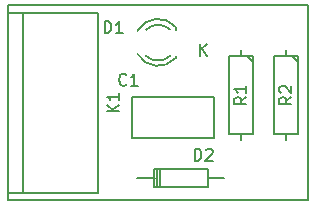
<source format=gbr>
G04 #@! TF.FileFunction,Legend,Top*
%FSLAX46Y46*%
G04 Gerber Fmt 4.6, Leading zero omitted, Abs format (unit mm)*
G04 Created by KiCad (PCBNEW 4.0.0-rc1-stable) date 30/11/2015 21:11:26*
%MOMM*%
G01*
G04 APERTURE LIST*
%ADD10C,0.100000*%
%ADD11C,0.150000*%
G04 APERTURE END LIST*
D10*
D11*
X151765000Y-113665000D02*
X147955000Y-113665000D01*
X151765000Y-97155000D02*
X151765000Y-113665000D01*
X147955000Y-97155000D02*
X151765000Y-97155000D01*
X126365000Y-113665000D02*
X147955000Y-113665000D01*
X126365000Y-113030000D02*
X126365000Y-113665000D01*
X126365000Y-97155000D02*
X126365000Y-113030000D01*
X147955000Y-97155000D02*
X126365000Y-97155000D01*
X136795000Y-104930000D02*
X143795000Y-104930000D01*
X143795000Y-104930000D02*
X143795000Y-108430000D01*
X143795000Y-108430000D02*
X136795000Y-108430000D01*
X136795000Y-108430000D02*
X136795000Y-104930000D01*
X140534000Y-99016000D02*
X140534000Y-99216000D01*
X140534000Y-101610000D02*
X140534000Y-101430000D01*
X137306256Y-101299643D02*
G75*
G03X140534000Y-101616000I1727744J1003643D01*
G01*
X137981994Y-101429068D02*
G75*
G03X140085000Y-101430000I1052006J1133068D01*
G01*
X140521220Y-98989274D02*
G75*
G03X137284000Y-99336000I-1497220J-1306726D01*
G01*
X140047889Y-99216747D02*
G75*
G03X138000000Y-99236000I-1013889J-1079253D01*
G01*
X143256520Y-111757460D02*
X144653520Y-111757460D01*
X138811520Y-111757460D02*
X137287520Y-111757460D01*
X139192520Y-110995460D02*
X139192520Y-112519460D01*
X138938520Y-110995460D02*
X138938520Y-112519460D01*
X138684520Y-111757460D02*
X138684520Y-112519460D01*
X138684520Y-112519460D02*
X143256520Y-112519460D01*
X143256520Y-112519460D02*
X143256520Y-110995460D01*
X143256520Y-110995460D02*
X138684520Y-110995460D01*
X138684520Y-110995460D02*
X138684520Y-111757460D01*
X126365000Y-97790000D02*
X133985000Y-97790000D01*
X126365000Y-113030000D02*
X133985000Y-113030000D01*
X127635000Y-97790000D02*
X127635000Y-113030000D01*
X133985000Y-97790000D02*
X133985000Y-113030000D01*
X126365000Y-97790000D02*
X126365000Y-113030000D01*
X146050000Y-100965000D02*
X146050000Y-101473000D01*
X146050000Y-108585000D02*
X146050000Y-108077000D01*
X146050000Y-108077000D02*
X147066000Y-108077000D01*
X147066000Y-108077000D02*
X147066000Y-101473000D01*
X147066000Y-101473000D02*
X145034000Y-101473000D01*
X145034000Y-101473000D02*
X145034000Y-108077000D01*
X145034000Y-108077000D02*
X146050000Y-108077000D01*
X146558000Y-101473000D02*
X147066000Y-101981000D01*
X149860000Y-100965000D02*
X149860000Y-101473000D01*
X149860000Y-108585000D02*
X149860000Y-108077000D01*
X149860000Y-108077000D02*
X150876000Y-108077000D01*
X150876000Y-108077000D02*
X150876000Y-101473000D01*
X150876000Y-101473000D02*
X148844000Y-101473000D01*
X148844000Y-101473000D02*
X148844000Y-108077000D01*
X148844000Y-108077000D02*
X149860000Y-108077000D01*
X150368000Y-101473000D02*
X150876000Y-101981000D01*
X136358334Y-103862143D02*
X136310715Y-103909762D01*
X136167858Y-103957381D01*
X136072620Y-103957381D01*
X135929762Y-103909762D01*
X135834524Y-103814524D01*
X135786905Y-103719286D01*
X135739286Y-103528810D01*
X135739286Y-103385952D01*
X135786905Y-103195476D01*
X135834524Y-103100238D01*
X135929762Y-103005000D01*
X136072620Y-102957381D01*
X136167858Y-102957381D01*
X136310715Y-103005000D01*
X136358334Y-103052619D01*
X137310715Y-103957381D02*
X136739286Y-103957381D01*
X137025000Y-103957381D02*
X137025000Y-102957381D01*
X136929762Y-103100238D01*
X136834524Y-103195476D01*
X136739286Y-103243095D01*
X134516905Y-99512381D02*
X134516905Y-98512381D01*
X134755000Y-98512381D01*
X134897858Y-98560000D01*
X134993096Y-98655238D01*
X135040715Y-98750476D01*
X135088334Y-98940952D01*
X135088334Y-99083810D01*
X135040715Y-99274286D01*
X134993096Y-99369524D01*
X134897858Y-99464762D01*
X134755000Y-99512381D01*
X134516905Y-99512381D01*
X136040715Y-99512381D02*
X135469286Y-99512381D01*
X135755000Y-99512381D02*
X135755000Y-98512381D01*
X135659762Y-98655238D01*
X135564524Y-98750476D01*
X135469286Y-98798095D01*
X142613095Y-101417381D02*
X142613095Y-100417381D01*
X143184524Y-101417381D02*
X142755952Y-100845952D01*
X143184524Y-100417381D02*
X142613095Y-100988810D01*
X142136905Y-110307381D02*
X142136905Y-109307381D01*
X142375000Y-109307381D01*
X142517858Y-109355000D01*
X142613096Y-109450238D01*
X142660715Y-109545476D01*
X142708334Y-109735952D01*
X142708334Y-109878810D01*
X142660715Y-110069286D01*
X142613096Y-110164524D01*
X142517858Y-110259762D01*
X142375000Y-110307381D01*
X142136905Y-110307381D01*
X143089286Y-109402619D02*
X143136905Y-109355000D01*
X143232143Y-109307381D01*
X143470239Y-109307381D01*
X143565477Y-109355000D01*
X143613096Y-109402619D01*
X143660715Y-109497857D01*
X143660715Y-109593095D01*
X143613096Y-109735952D01*
X143041667Y-110307381D01*
X143660715Y-110307381D01*
X135707381Y-106148095D02*
X134707381Y-106148095D01*
X135707381Y-105576666D02*
X135135952Y-106005238D01*
X134707381Y-105576666D02*
X135278810Y-106148095D01*
X135707381Y-104624285D02*
X135707381Y-105195714D01*
X135707381Y-104910000D02*
X134707381Y-104910000D01*
X134850238Y-105005238D01*
X134945476Y-105100476D01*
X134993095Y-105195714D01*
X146502381Y-104941666D02*
X146026190Y-105275000D01*
X146502381Y-105513095D02*
X145502381Y-105513095D01*
X145502381Y-105132142D01*
X145550000Y-105036904D01*
X145597619Y-104989285D01*
X145692857Y-104941666D01*
X145835714Y-104941666D01*
X145930952Y-104989285D01*
X145978571Y-105036904D01*
X146026190Y-105132142D01*
X146026190Y-105513095D01*
X146502381Y-103989285D02*
X146502381Y-104560714D01*
X146502381Y-104275000D02*
X145502381Y-104275000D01*
X145645238Y-104370238D01*
X145740476Y-104465476D01*
X145788095Y-104560714D01*
X150312381Y-104941666D02*
X149836190Y-105275000D01*
X150312381Y-105513095D02*
X149312381Y-105513095D01*
X149312381Y-105132142D01*
X149360000Y-105036904D01*
X149407619Y-104989285D01*
X149502857Y-104941666D01*
X149645714Y-104941666D01*
X149740952Y-104989285D01*
X149788571Y-105036904D01*
X149836190Y-105132142D01*
X149836190Y-105513095D01*
X149407619Y-104560714D02*
X149360000Y-104513095D01*
X149312381Y-104417857D01*
X149312381Y-104179761D01*
X149360000Y-104084523D01*
X149407619Y-104036904D01*
X149502857Y-103989285D01*
X149598095Y-103989285D01*
X149740952Y-104036904D01*
X150312381Y-104608333D01*
X150312381Y-103989285D01*
M02*

</source>
